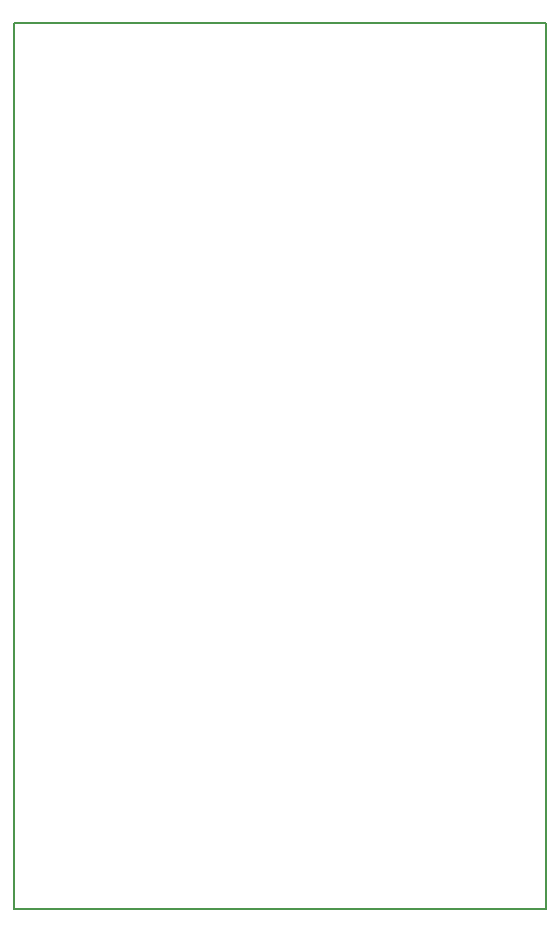
<source format=gbr>
G04 #@! TF.FileFunction,Profile,NP*
%FSLAX46Y46*%
G04 Gerber Fmt 4.6, Leading zero omitted, Abs format (unit mm)*
G04 Created by KiCad (PCBNEW 4.0.6) date Tuesday, January 16, 2018 'PMt' 08:20:03 PM*
%MOMM*%
%LPD*%
G01*
G04 APERTURE LIST*
%ADD10C,0.100000*%
%ADD11C,0.150000*%
G04 APERTURE END LIST*
D10*
D11*
X145000000Y-150000000D02*
X100000000Y-150000000D01*
X145000000Y-75000000D02*
X145000000Y-150000000D01*
X100000000Y-75000000D02*
X145000000Y-75000000D01*
X100000000Y-150000000D02*
X100000000Y-75000000D01*
M02*

</source>
